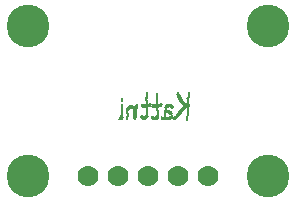
<source format=gbr>
G04 EAGLE Gerber RS-274X export*
G75*
%MOMM*%
%FSLAX34Y34*%
%LPD*%
%INSoldermask Bottom*%
%IPPOS*%
%AMOC8*
5,1,8,0,0,1.08239X$1,22.5*%
G01*
%ADD10C,3.617600*%
%ADD11C,1.778000*%
%ADD12R,0.063500X0.012700*%
%ADD13R,0.127000X0.012700*%
%ADD14R,0.165100X0.012700*%
%ADD15R,0.190500X0.012700*%
%ADD16R,0.012700X0.012700*%
%ADD17R,0.025400X0.012700*%
%ADD18R,0.203200X0.012700*%
%ADD19R,0.292100X0.012700*%
%ADD20R,0.139700X0.012700*%
%ADD21R,0.215900X0.012700*%
%ADD22R,0.038100X0.012700*%
%ADD23R,0.355600X0.012700*%
%ADD24R,0.266700X0.012700*%
%ADD25R,0.228600X0.012700*%
%ADD26R,0.114300X0.012700*%
%ADD27R,0.419100X0.012700*%
%ADD28R,0.330200X0.012700*%
%ADD29R,0.101600X0.012700*%
%ADD30R,0.241300X0.012700*%
%ADD31R,0.177800X0.012700*%
%ADD32R,0.482600X0.012700*%
%ADD33R,0.381000X0.012700*%
%ADD34R,0.254000X0.012700*%
%ADD35R,0.850900X0.012700*%
%ADD36R,0.279400X0.012700*%
%ADD37R,0.889000X0.012700*%
%ADD38R,0.457200X0.012700*%
%ADD39R,0.088900X0.012700*%
%ADD40R,0.914400X0.012700*%
%ADD41R,0.508000X0.012700*%
%ADD42R,0.152400X0.012700*%
%ADD43R,0.304800X0.012700*%
%ADD44R,0.927100X0.012700*%
%ADD45R,0.520700X0.012700*%
%ADD46R,0.393700X0.012700*%
%ADD47R,0.317500X0.012700*%
%ADD48R,0.939800X0.012700*%
%ADD49R,0.546100X0.012700*%
%ADD50R,0.431800X0.012700*%
%ADD51R,0.342900X0.012700*%
%ADD52R,0.965200X0.012700*%
%ADD53R,0.571500X0.012700*%
%ADD54R,0.469900X0.012700*%
%ADD55R,0.596900X0.012700*%
%ADD56R,0.495300X0.012700*%
%ADD57R,0.368300X0.012700*%
%ADD58R,0.977900X0.012700*%
%ADD59R,0.533400X0.012700*%
%ADD60R,0.990600X0.012700*%
%ADD61R,0.609600X0.012700*%
%ADD62R,0.558800X0.012700*%
%ADD63R,0.622300X0.012700*%
%ADD64R,0.584200X0.012700*%
%ADD65R,0.635000X0.012700*%
%ADD66R,0.406400X0.012700*%
%ADD67R,0.647700X0.012700*%
%ADD68R,0.050800X0.012700*%
%ADD69R,0.876300X0.012700*%
%ADD70R,0.863600X0.012700*%
%ADD71R,0.698500X0.012700*%
%ADD72R,0.723900X0.012700*%
%ADD73R,0.660400X0.012700*%
%ADD74R,0.685800X0.012700*%
%ADD75R,0.762000X0.012700*%
%ADD76R,0.711200X0.012700*%
%ADD77R,0.673100X0.012700*%
%ADD78R,0.787400X0.012700*%
%ADD79R,0.749300X0.012700*%
%ADD80R,0.825500X0.012700*%
%ADD81R,0.774700X0.012700*%
%ADD82R,0.800100X0.012700*%
%ADD83R,0.838200X0.012700*%
%ADD84R,0.444500X0.012700*%
%ADD85R,0.901700X0.012700*%
%ADD86R,0.812800X0.012700*%
%ADD87R,0.076200X0.012700*%


D10*
X25400Y152400D03*
X228600Y152400D03*
X25400Y25400D03*
X228600Y25400D03*
D11*
X76200Y25400D03*
X101600Y25400D03*
X127000Y25400D03*
X152400Y25400D03*
X177800Y25400D03*
D12*
X159766Y71882D03*
D13*
X159703Y72009D03*
D14*
X159766Y72136D03*
D15*
X159766Y72263D03*
D16*
X143891Y72263D03*
X143510Y72263D03*
D17*
X142685Y72263D03*
D12*
X132334Y72263D03*
D17*
X103442Y72263D03*
D16*
X103124Y72263D03*
D18*
X159703Y72390D03*
D19*
X143510Y72390D03*
D20*
X139446Y72390D03*
D18*
X132271Y72390D03*
D20*
X103251Y72390D03*
D21*
X159766Y72517D03*
D22*
X149098Y72517D03*
D23*
X143574Y72517D03*
D21*
X139446Y72517D03*
D24*
X132334Y72517D03*
D15*
X103251Y72517D03*
D25*
X159703Y72644D03*
D26*
X149098Y72644D03*
D27*
X143637Y72644D03*
D24*
X139446Y72644D03*
D28*
X132271Y72644D03*
D29*
X109030Y72644D03*
D25*
X103315Y72644D03*
D30*
X159766Y72771D03*
D31*
X149162Y72771D03*
D32*
X143574Y72771D03*
D19*
X139446Y72771D03*
D33*
X132271Y72771D03*
D13*
X123254Y72771D03*
D20*
X109093Y72771D03*
D34*
X103315Y72771D03*
D30*
X159766Y72898D03*
D21*
X149225Y72898D03*
D35*
X142113Y72898D03*
D27*
X132207Y72898D03*
D21*
X123190Y72898D03*
D31*
X109030Y72898D03*
D36*
X103315Y72898D03*
D30*
X159766Y73025D03*
D34*
X149289Y73025D03*
D37*
X142177Y73025D03*
D38*
X132144Y73025D03*
D19*
X123190Y73025D03*
D39*
X115697Y73025D03*
D18*
X109030Y73025D03*
D19*
X103378Y73025D03*
D30*
X159766Y73152D03*
D24*
X149352Y73152D03*
D40*
X142177Y73152D03*
D41*
X132144Y73152D03*
D23*
X123127Y73152D03*
D42*
X115761Y73152D03*
D18*
X109030Y73152D03*
D43*
X103442Y73152D03*
D30*
X159766Y73279D03*
D43*
X149416Y73279D03*
D44*
X142240Y73279D03*
D45*
X132207Y73279D03*
D46*
X123063Y73279D03*
D31*
X115761Y73279D03*
D25*
X109030Y73279D03*
D28*
X103442Y73279D03*
D30*
X159766Y73406D03*
D47*
X149479Y73406D03*
D48*
X142304Y73406D03*
D49*
X132207Y73406D03*
D50*
X123127Y73406D03*
D18*
X115761Y73406D03*
D25*
X109030Y73406D03*
D51*
X103505Y73406D03*
D30*
X159766Y73533D03*
D28*
X149543Y73533D03*
D52*
X142304Y73533D03*
D53*
X132207Y73533D03*
D54*
X123063Y73533D03*
D25*
X115761Y73533D03*
X109030Y73533D03*
D51*
X103505Y73533D03*
D30*
X159766Y73660D03*
D23*
X149670Y73660D03*
D52*
X142304Y73660D03*
D55*
X132207Y73660D03*
D56*
X123063Y73660D03*
D30*
X115824Y73660D03*
X109093Y73660D03*
D23*
X103569Y73660D03*
D30*
X159766Y73787D03*
D57*
X149733Y73787D03*
D58*
X142367Y73787D03*
D55*
X132334Y73787D03*
D59*
X123127Y73787D03*
D34*
X115761Y73787D03*
D30*
X109093Y73787D03*
D23*
X103569Y73787D03*
D25*
X159830Y73914D03*
D33*
X149797Y73914D03*
D60*
X142431Y73914D03*
D61*
X132271Y73914D03*
D62*
X123127Y73914D03*
D34*
X115761Y73914D03*
D30*
X109093Y73914D03*
D23*
X103696Y73914D03*
D25*
X159830Y74041D03*
D46*
X149860Y74041D03*
D60*
X142431Y74041D03*
D63*
X132334Y74041D03*
D64*
X123127Y74041D03*
D34*
X115761Y74041D03*
D30*
X109093Y74041D03*
D23*
X103696Y74041D03*
D25*
X159830Y74168D03*
D46*
X149987Y74168D03*
D58*
X142494Y74168D03*
D65*
X132398Y74168D03*
D55*
X123190Y74168D03*
D24*
X115824Y74168D03*
D30*
X109093Y74168D03*
D23*
X103823Y74168D03*
D30*
X159893Y74295D03*
D66*
X150051Y74295D03*
D58*
X142621Y74295D03*
D65*
X132398Y74295D03*
D61*
X123127Y74295D03*
D24*
X115824Y74295D03*
D30*
X109093Y74295D03*
D23*
X103823Y74295D03*
D30*
X159893Y74422D03*
D46*
X150114Y74422D03*
D58*
X142621Y74422D03*
D67*
X132461Y74422D03*
D61*
X123254Y74422D03*
D24*
X115824Y74422D03*
D30*
X109220Y74422D03*
D51*
X103886Y74422D03*
D25*
X159957Y74549D03*
D46*
X150241Y74549D03*
D47*
X145923Y74549D03*
D43*
X141161Y74549D03*
D42*
X138621Y74549D03*
D65*
X132525Y74549D03*
X123254Y74549D03*
D24*
X115824Y74549D03*
D30*
X109220Y74549D03*
D47*
X104013Y74549D03*
D25*
X159957Y74676D03*
D46*
X150368Y74676D03*
D19*
X146177Y74676D03*
D24*
X141097Y74676D03*
D29*
X138621Y74676D03*
D28*
X134176Y74676D03*
D36*
X130747Y74676D03*
D65*
X123254Y74676D03*
D24*
X115824Y74676D03*
D30*
X109220Y74676D03*
D19*
X104267Y74676D03*
D25*
X159957Y74803D03*
D57*
X150495Y74803D03*
D24*
X146304Y74803D03*
D30*
X140970Y74803D03*
D68*
X138621Y74803D03*
D43*
X134303Y74803D03*
D21*
X130556Y74803D03*
D65*
X123381Y74803D03*
D24*
X115824Y74803D03*
D30*
X109220Y74803D03*
D34*
X104458Y74803D03*
D25*
X159957Y74930D03*
D23*
X150686Y74930D03*
D30*
X146431Y74930D03*
D25*
X140907Y74930D03*
D36*
X134430Y74930D03*
D31*
X130493Y74930D03*
D65*
X123381Y74930D03*
D24*
X115824Y74930D03*
D30*
X109220Y74930D03*
X104521Y74930D03*
D25*
X159957Y75057D03*
D51*
X150876Y75057D03*
D25*
X146495Y75057D03*
X140907Y75057D03*
D36*
X134557Y75057D03*
D42*
X130493Y75057D03*
D65*
X123381Y75057D03*
D24*
X115824Y75057D03*
D30*
X109220Y75057D03*
X104521Y75057D03*
D25*
X159957Y75184D03*
D28*
X151067Y75184D03*
D25*
X146495Y75184D03*
X141034Y75184D03*
D24*
X134620Y75184D03*
D26*
X130429Y75184D03*
D47*
X125095Y75184D03*
D34*
X121603Y75184D03*
D24*
X115824Y75184D03*
D30*
X109220Y75184D03*
X104521Y75184D03*
D21*
X160020Y75311D03*
D28*
X151194Y75311D03*
D21*
X146558Y75311D03*
D25*
X141034Y75311D03*
D34*
X134684Y75311D03*
D19*
X125222Y75311D03*
D21*
X121412Y75311D03*
D24*
X115824Y75311D03*
D34*
X109284Y75311D03*
X104585Y75311D03*
D21*
X160020Y75438D03*
D28*
X151321Y75438D03*
D21*
X146558Y75438D03*
D25*
X141034Y75438D03*
D34*
X134684Y75438D03*
D19*
X125349Y75438D03*
D31*
X121349Y75438D03*
D24*
X115824Y75438D03*
D30*
X109347Y75438D03*
D34*
X104585Y75438D03*
D21*
X160020Y75565D03*
D47*
X151511Y75565D03*
D21*
X146558Y75565D03*
D25*
X141034Y75565D03*
D30*
X134747Y75565D03*
D24*
X125476Y75565D03*
D20*
X121412Y75565D03*
D24*
X115824Y75565D03*
D30*
X109347Y75565D03*
X104648Y75565D03*
D25*
X160084Y75692D03*
D47*
X151638Y75692D03*
D21*
X146558Y75692D03*
D25*
X141034Y75692D03*
D30*
X134747Y75692D03*
D34*
X125540Y75692D03*
D39*
X121285Y75692D03*
D24*
X115824Y75692D03*
D30*
X109347Y75692D03*
X104648Y75692D03*
D25*
X160084Y75819D03*
D47*
X151765Y75819D03*
D21*
X146558Y75819D03*
D25*
X141034Y75819D03*
D34*
X134811Y75819D03*
X125540Y75819D03*
D24*
X115824Y75819D03*
D30*
X109347Y75819D03*
X104648Y75819D03*
D25*
X160084Y75946D03*
D47*
X151765Y75946D03*
D21*
X146558Y75946D03*
D25*
X141034Y75946D03*
D30*
X134874Y75946D03*
D34*
X125667Y75946D03*
D24*
X115824Y75946D03*
D30*
X109347Y75946D03*
D34*
X104712Y75946D03*
D25*
X160084Y76073D03*
D47*
X151892Y76073D03*
D21*
X146558Y76073D03*
D25*
X141034Y76073D03*
D30*
X134874Y76073D03*
D34*
X125667Y76073D03*
D24*
X115824Y76073D03*
D30*
X109347Y76073D03*
X104775Y76073D03*
D25*
X160084Y76200D03*
D47*
X152019Y76200D03*
D21*
X146558Y76200D03*
D30*
X141097Y76200D03*
X134874Y76200D03*
D34*
X125667Y76200D03*
D24*
X115824Y76200D03*
D30*
X109347Y76200D03*
X104775Y76200D03*
D25*
X160084Y76327D03*
D28*
X152083Y76327D03*
D21*
X146558Y76327D03*
D30*
X141097Y76327D03*
X134874Y76327D03*
X125730Y76327D03*
D24*
X115824Y76327D03*
D30*
X109347Y76327D03*
X104775Y76327D03*
D25*
X160084Y76454D03*
D28*
X152210Y76454D03*
D21*
X146558Y76454D03*
D25*
X141161Y76454D03*
D30*
X134874Y76454D03*
X125730Y76454D03*
D24*
X115824Y76454D03*
D30*
X109347Y76454D03*
X104775Y76454D03*
D25*
X160084Y76581D03*
D47*
X152273Y76581D03*
D25*
X146495Y76581D03*
X141161Y76581D03*
D30*
X134874Y76581D03*
X125730Y76581D03*
D24*
X115824Y76581D03*
D30*
X109347Y76581D03*
X104775Y76581D03*
D25*
X160084Y76708D03*
D47*
X152400Y76708D03*
D30*
X146431Y76708D03*
D25*
X141161Y76708D03*
D30*
X134874Y76708D03*
X125730Y76708D03*
D24*
X115824Y76708D03*
D30*
X109347Y76708D03*
X104775Y76708D03*
D25*
X160084Y76835D03*
D43*
X152464Y76835D03*
D30*
X146431Y76835D03*
D25*
X141161Y76835D03*
D30*
X134874Y76835D03*
X125730Y76835D03*
D24*
X115824Y76835D03*
D30*
X109347Y76835D03*
X104775Y76835D03*
D25*
X160084Y76962D03*
D43*
X152591Y76962D03*
D34*
X146368Y76962D03*
D25*
X141161Y76962D03*
D30*
X134874Y76962D03*
X125730Y76962D03*
D24*
X115824Y76962D03*
D30*
X109347Y76962D03*
X104775Y76962D03*
X160147Y77089D03*
D19*
X152654Y77089D03*
D34*
X146241Y77089D03*
D30*
X141224Y77089D03*
X134874Y77089D03*
X125730Y77089D03*
D24*
X115824Y77089D03*
D30*
X109347Y77089D03*
X104775Y77089D03*
X160147Y77216D03*
D19*
X152781Y77216D03*
D34*
X146241Y77216D03*
D30*
X141224Y77216D03*
X134874Y77216D03*
X125730Y77216D03*
D24*
X115824Y77216D03*
D30*
X109347Y77216D03*
X104775Y77216D03*
X160147Y77343D03*
D19*
X152908Y77343D03*
D24*
X146177Y77343D03*
D30*
X141224Y77343D03*
X134874Y77343D03*
X125730Y77343D03*
D24*
X115824Y77343D03*
D30*
X109347Y77343D03*
X104775Y77343D03*
X160147Y77470D03*
D19*
X152908Y77470D03*
D34*
X146114Y77470D03*
D30*
X141224Y77470D03*
X134874Y77470D03*
X125730Y77470D03*
D24*
X115824Y77470D03*
D30*
X109347Y77470D03*
X104775Y77470D03*
X160147Y77597D03*
D19*
X153035Y77597D03*
D24*
X146050Y77597D03*
D30*
X141224Y77597D03*
X134874Y77597D03*
X125730Y77597D03*
D24*
X115824Y77597D03*
D30*
X109347Y77597D03*
X104775Y77597D03*
D25*
X160211Y77724D03*
D36*
X153099Y77724D03*
D24*
X145923Y77724D03*
D30*
X141224Y77724D03*
X134874Y77724D03*
X125730Y77724D03*
D24*
X115824Y77724D03*
D30*
X109347Y77724D03*
X104775Y77724D03*
D25*
X160211Y77851D03*
D19*
X153162Y77851D03*
X145796Y77851D03*
D25*
X141288Y77851D03*
D30*
X134874Y77851D03*
X125730Y77851D03*
D24*
X115824Y77851D03*
D30*
X109347Y77851D03*
X104775Y77851D03*
D25*
X160211Y77978D03*
D19*
X153289Y77978D03*
X145669Y77978D03*
D30*
X141351Y77978D03*
X134874Y77978D03*
X125730Y77978D03*
D24*
X115824Y77978D03*
D30*
X109347Y77978D03*
D25*
X104712Y77978D03*
X160211Y78105D03*
D43*
X153353Y78105D03*
X145479Y78105D03*
D30*
X141351Y78105D03*
X134874Y78105D03*
X125730Y78105D03*
D24*
X115824Y78105D03*
D34*
X109284Y78105D03*
D30*
X104648Y78105D03*
D25*
X160211Y78232D03*
D43*
X153480Y78232D03*
D47*
X145415Y78232D03*
D30*
X141351Y78232D03*
X134874Y78232D03*
X125730Y78232D03*
D24*
X115824Y78232D03*
D30*
X109220Y78232D03*
X104648Y78232D03*
X160274Y78359D03*
D43*
X153607Y78359D03*
D51*
X145161Y78359D03*
D30*
X141351Y78359D03*
X134874Y78359D03*
X125730Y78359D03*
D24*
X115824Y78359D03*
D30*
X109220Y78359D03*
X104648Y78359D03*
X160274Y78486D03*
D19*
X153670Y78486D03*
D33*
X144844Y78486D03*
D25*
X141415Y78486D03*
X134811Y78486D03*
D30*
X125730Y78486D03*
D24*
X115824Y78486D03*
D30*
X109220Y78486D03*
X104648Y78486D03*
X160274Y78613D03*
D43*
X153734Y78613D03*
D67*
X143510Y78613D03*
D30*
X134747Y78613D03*
X125730Y78613D03*
D24*
X115824Y78613D03*
D30*
X109220Y78613D03*
X104648Y78613D03*
D25*
X160338Y78740D03*
D19*
X153797Y78740D03*
D65*
X143447Y78740D03*
D30*
X134747Y78740D03*
X125730Y78740D03*
D24*
X115824Y78740D03*
D30*
X109220Y78740D03*
X104648Y78740D03*
D25*
X160338Y78867D03*
D43*
X153861Y78867D03*
D63*
X143383Y78867D03*
D30*
X134747Y78867D03*
X125730Y78867D03*
D24*
X115824Y78867D03*
D30*
X109220Y78867D03*
X104648Y78867D03*
D25*
X160338Y78994D03*
D43*
X153988Y78994D03*
D63*
X143383Y78994D03*
D30*
X134747Y78994D03*
X125730Y78994D03*
D24*
X115824Y78994D03*
D30*
X109220Y78994D03*
X104648Y78994D03*
D25*
X160338Y79121D03*
D43*
X154115Y79121D03*
D61*
X143320Y79121D03*
D30*
X134747Y79121D03*
X125730Y79121D03*
D24*
X115824Y79121D03*
D30*
X109220Y79121D03*
X104648Y79121D03*
D25*
X160338Y79248D03*
D47*
X154178Y79248D03*
D55*
X143256Y79248D03*
D30*
X134747Y79248D03*
X125730Y79248D03*
D24*
X115824Y79248D03*
D30*
X109220Y79248D03*
X104648Y79248D03*
D25*
X160338Y79375D03*
D47*
X154305Y79375D03*
D64*
X143193Y79375D03*
D30*
X134747Y79375D03*
X125730Y79375D03*
D24*
X115824Y79375D03*
D30*
X109220Y79375D03*
X104648Y79375D03*
D25*
X160338Y79502D03*
D43*
X154369Y79502D03*
D53*
X143129Y79502D03*
D30*
X134747Y79502D03*
X125730Y79502D03*
D24*
X115824Y79502D03*
D30*
X109220Y79502D03*
X104648Y79502D03*
D25*
X160338Y79629D03*
D43*
X154496Y79629D03*
D62*
X143066Y79629D03*
D30*
X134747Y79629D03*
X125730Y79629D03*
D24*
X115824Y79629D03*
D30*
X109220Y79629D03*
X104648Y79629D03*
D25*
X160338Y79756D03*
D43*
X154623Y79756D03*
D59*
X142939Y79756D03*
D30*
X134747Y79756D03*
X125730Y79756D03*
D24*
X115824Y79756D03*
D30*
X109220Y79756D03*
X104648Y79756D03*
D25*
X160338Y79883D03*
D43*
X154750Y79883D03*
D41*
X142812Y79883D03*
D30*
X134747Y79883D03*
D25*
X125667Y79883D03*
D36*
X115761Y79883D03*
D34*
X109284Y79883D03*
D30*
X104648Y79883D03*
D25*
X160338Y80010D03*
D47*
X154813Y80010D03*
D32*
X142812Y80010D03*
D30*
X134747Y80010D03*
D25*
X125667Y80010D03*
D36*
X115761Y80010D03*
D30*
X109347Y80010D03*
X104648Y80010D03*
D25*
X160338Y80137D03*
D47*
X154940Y80137D03*
D38*
X142685Y80137D03*
D30*
X134747Y80137D03*
X125603Y80137D03*
D36*
X115761Y80137D03*
D30*
X109347Y80137D03*
X104648Y80137D03*
D25*
X160338Y80264D03*
D43*
X155004Y80264D03*
D50*
X142558Y80264D03*
D30*
X134747Y80264D03*
X125603Y80264D03*
D36*
X115761Y80264D03*
D30*
X109347Y80264D03*
X104521Y80264D03*
D25*
X160338Y80391D03*
D47*
X155067Y80391D03*
D46*
X142367Y80391D03*
D30*
X134747Y80391D03*
X125603Y80391D03*
D36*
X115761Y80391D03*
D30*
X109347Y80391D03*
X104521Y80391D03*
D25*
X160338Y80518D03*
D47*
X155194Y80518D03*
D23*
X142177Y80518D03*
D30*
X134620Y80518D03*
X125603Y80518D03*
D19*
X115824Y80518D03*
D30*
X109347Y80518D03*
X104521Y80518D03*
D25*
X160338Y80645D03*
D28*
X155385Y80645D03*
D43*
X141923Y80645D03*
D30*
X134620Y80645D03*
X125603Y80645D03*
D19*
X115824Y80645D03*
D30*
X109347Y80645D03*
X104521Y80645D03*
D25*
X160338Y80772D03*
D28*
X155512Y80772D03*
D25*
X141542Y80772D03*
D30*
X134620Y80772D03*
X125603Y80772D03*
D43*
X115761Y80772D03*
D34*
X109411Y80772D03*
D30*
X104521Y80772D03*
D25*
X160338Y80899D03*
D28*
X155639Y80899D03*
D25*
X141542Y80899D03*
D30*
X134620Y80899D03*
X125603Y80899D03*
D43*
X115761Y80899D03*
D34*
X109411Y80899D03*
D30*
X104521Y80899D03*
D25*
X160338Y81026D03*
D51*
X155702Y81026D03*
D21*
X141605Y81026D03*
D30*
X134620Y81026D03*
X125603Y81026D03*
D43*
X115761Y81026D03*
D34*
X109538Y81026D03*
D30*
X104521Y81026D03*
D25*
X160338Y81153D03*
D51*
X155829Y81153D03*
D21*
X141605Y81153D03*
D30*
X134620Y81153D03*
X125603Y81153D03*
D47*
X115697Y81153D03*
D34*
X109538Y81153D03*
D25*
X104458Y81153D03*
X160338Y81280D03*
D51*
X155956Y81280D03*
D21*
X141605Y81280D03*
D30*
X134620Y81280D03*
X125603Y81280D03*
D47*
X115697Y81280D03*
D24*
X109601Y81280D03*
D30*
X104394Y81280D03*
D25*
X160338Y81407D03*
D51*
X156083Y81407D03*
D21*
X141605Y81407D03*
D30*
X134620Y81407D03*
X125603Y81407D03*
D28*
X115634Y81407D03*
D24*
X109728Y81407D03*
D30*
X104394Y81407D03*
D25*
X160338Y81534D03*
D28*
X156147Y81534D03*
D21*
X141605Y81534D03*
D30*
X134620Y81534D03*
X125603Y81534D03*
D23*
X115634Y81534D03*
D24*
X109728Y81534D03*
D30*
X104394Y81534D03*
D25*
X160338Y81661D03*
D28*
X156274Y81661D03*
D29*
X147130Y81661D03*
D25*
X141669Y81661D03*
D30*
X134620Y81661D03*
X125603Y81661D03*
D57*
X115570Y81661D03*
D36*
X109792Y81661D03*
D30*
X104394Y81661D03*
D25*
X160338Y81788D03*
D51*
X156337Y81788D03*
D13*
X147130Y81788D03*
D25*
X141669Y81788D03*
X134557Y81788D03*
X125540Y81788D03*
D33*
X115507Y81788D03*
D24*
X109855Y81788D03*
D30*
X104394Y81788D03*
D25*
X160338Y81915D03*
D51*
X156591Y81915D03*
D31*
X147130Y81915D03*
D25*
X141669Y81915D03*
X134557Y81915D03*
X125540Y81915D03*
D66*
X115507Y81915D03*
D36*
X109919Y81915D03*
D30*
X104394Y81915D03*
D25*
X160338Y82042D03*
D28*
X156655Y82042D03*
D31*
X147130Y82042D03*
D25*
X141669Y82042D03*
D30*
X134493Y82042D03*
X125476Y82042D03*
D50*
X115380Y82042D03*
D19*
X109982Y82042D03*
D30*
X104394Y82042D03*
D25*
X160338Y82169D03*
D23*
X156782Y82169D03*
D18*
X147130Y82169D03*
D30*
X141732Y82169D03*
X134493Y82169D03*
X125476Y82169D03*
D56*
X115189Y82169D03*
D19*
X110109Y82169D03*
D30*
X104394Y82169D03*
X160401Y82296D03*
D51*
X156845Y82296D03*
D18*
X147130Y82296D03*
D25*
X141796Y82296D03*
D30*
X134493Y82296D03*
D25*
X125540Y82296D03*
D62*
X114872Y82296D03*
D47*
X110236Y82296D03*
D30*
X104394Y82296D03*
X160401Y82423D03*
D51*
X156972Y82423D03*
D21*
X147066Y82423D03*
D30*
X141859Y82423D03*
X134493Y82423D03*
X125476Y82423D03*
D37*
X113221Y82423D03*
D30*
X104394Y82423D03*
X160401Y82550D03*
D28*
X157163Y82550D03*
D21*
X147066Y82550D03*
D34*
X141923Y82550D03*
D30*
X134493Y82550D03*
X125476Y82550D03*
D69*
X113284Y82550D03*
D30*
X104394Y82550D03*
X160401Y82677D03*
D28*
X157290Y82677D03*
D30*
X147066Y82677D03*
X141986Y82677D03*
X134493Y82677D03*
X125476Y82677D03*
D37*
X113348Y82677D03*
D30*
X104394Y82677D03*
X160401Y82804D03*
D28*
X157417Y82804D03*
D30*
X146939Y82804D03*
D34*
X142050Y82804D03*
D30*
X134493Y82804D03*
X125476Y82804D03*
D69*
X113411Y82804D03*
D30*
X104394Y82804D03*
D53*
X158750Y82931D03*
D30*
X146939Y82931D03*
D34*
X142050Y82931D03*
D30*
X134493Y82931D03*
X125476Y82931D03*
D70*
X113475Y82931D03*
D30*
X104521Y82931D03*
D53*
X158750Y83058D03*
D34*
X146876Y83058D03*
D24*
X142113Y83058D03*
D45*
X133096Y83058D03*
D30*
X125476Y83058D03*
D14*
X123190Y83058D03*
D69*
X113538Y83058D03*
D30*
X104521Y83058D03*
D62*
X158814Y83185D03*
D24*
X146812Y83185D03*
D36*
X142304Y83185D03*
D49*
X132969Y83185D03*
D45*
X124079Y83185D03*
D70*
X113602Y83185D03*
D30*
X104521Y83185D03*
D49*
X158877Y83312D03*
D19*
X146558Y83312D03*
D36*
X142431Y83312D03*
D67*
X133350Y83312D03*
D53*
X124079Y83312D03*
D70*
X113602Y83312D03*
D30*
X104521Y83312D03*
D59*
X158941Y83439D03*
D71*
X144526Y83439D03*
D72*
X133477Y83439D03*
D73*
X124397Y83439D03*
D34*
X116777Y83439D03*
D64*
X112332Y83439D03*
D30*
X104521Y83439D03*
D45*
X159004Y83566D03*
D74*
X144590Y83566D03*
D75*
X133668Y83566D03*
D76*
X124524Y83566D03*
D34*
X116777Y83566D03*
D53*
X112268Y83566D03*
D30*
X104521Y83566D03*
D41*
X159068Y83693D03*
D77*
X144526Y83693D03*
D78*
X133795Y83693D03*
D79*
X124587Y83693D03*
D34*
X116777Y83693D03*
D49*
X112268Y83693D03*
D30*
X104521Y83693D03*
D56*
X159131Y83820D03*
D67*
X144526Y83820D03*
D80*
X133858Y83820D03*
D81*
X124714Y83820D03*
D30*
X116840Y83820D03*
D45*
X112268Y83820D03*
D30*
X104521Y83820D03*
D32*
X159195Y83947D03*
D67*
X144526Y83947D03*
D70*
X134049Y83947D03*
D82*
X124841Y83947D03*
D30*
X116840Y83947D03*
D56*
X112268Y83947D03*
D30*
X104394Y83947D03*
D54*
X159258Y84074D03*
D63*
X144526Y84074D03*
D69*
X134112Y84074D03*
D83*
X124905Y84074D03*
D34*
X116904Y84074D03*
D84*
X112268Y84074D03*
D25*
X104458Y84074D03*
D38*
X159322Y84201D03*
D55*
X144526Y84201D03*
D37*
X134176Y84201D03*
D70*
X125032Y84201D03*
D30*
X116967Y84201D03*
D66*
X112205Y84201D03*
D25*
X104458Y84201D03*
D84*
X159385Y84328D03*
D53*
X144526Y84328D03*
D85*
X134239Y84328D03*
D69*
X125095Y84328D03*
D30*
X116967Y84328D03*
D51*
X112268Y84328D03*
D25*
X104458Y84328D03*
D38*
X159322Y84455D03*
D53*
X144526Y84455D03*
D85*
X134239Y84455D03*
D69*
X125095Y84455D03*
D34*
X117031Y84455D03*
D24*
X112141Y84455D03*
D21*
X104394Y84455D03*
D32*
X159195Y84582D03*
D49*
X144526Y84582D03*
D40*
X134303Y84582D03*
D37*
X125159Y84582D03*
D34*
X117031Y84582D03*
D31*
X111951Y84582D03*
D18*
X104458Y84582D03*
D41*
X159068Y84709D03*
D45*
X144526Y84709D03*
D85*
X134366Y84709D03*
D37*
X125286Y84709D03*
D30*
X116967Y84709D03*
D17*
X111951Y84709D03*
D31*
X104458Y84709D03*
D59*
X158941Y84836D03*
D56*
X144526Y84836D03*
D85*
X134366Y84836D03*
D37*
X125286Y84836D03*
D25*
X117031Y84836D03*
D42*
X104458Y84836D03*
D49*
X158877Y84963D03*
D54*
X144526Y84963D03*
D37*
X134430Y84963D03*
D69*
X125349Y84963D03*
D25*
X117031Y84963D03*
D13*
X104458Y84963D03*
D62*
X158814Y85090D03*
D27*
X144526Y85090D03*
D69*
X134493Y85090D03*
D70*
X125413Y85090D03*
D21*
X117094Y85090D03*
D68*
X104458Y85090D03*
D53*
X158750Y85217D03*
D46*
X144526Y85217D03*
D70*
X134557Y85217D03*
D35*
X125476Y85217D03*
D18*
X117031Y85217D03*
D64*
X158687Y85344D03*
D28*
X144463Y85344D03*
D86*
X134811Y85344D03*
D83*
X125540Y85344D03*
D31*
X117031Y85344D03*
D55*
X158623Y85471D03*
D34*
X144463Y85471D03*
D62*
X136081Y85471D03*
D53*
X126873Y85471D03*
D12*
X122174Y85471D03*
D20*
X117094Y85471D03*
D63*
X158496Y85598D03*
D87*
X144590Y85598D03*
D49*
X136017Y85598D03*
X127000Y85598D03*
D39*
X117094Y85598D03*
D65*
X158433Y85725D03*
D30*
X137541Y85725D03*
X134493Y85725D03*
D36*
X128207Y85725D03*
D30*
X125476Y85725D03*
D67*
X158369Y85852D03*
D15*
X137668Y85852D03*
D30*
X134493Y85852D03*
D25*
X128461Y85852D03*
D30*
X125476Y85852D03*
D73*
X158306Y85979D03*
D20*
X137668Y85979D03*
D30*
X134493Y85979D03*
D18*
X128461Y85979D03*
D30*
X125476Y85979D03*
D77*
X158242Y86106D03*
D87*
X137732Y86106D03*
D30*
X134493Y86106D03*
D14*
X128524Y86106D03*
D30*
X125476Y86106D03*
X160401Y86233D03*
D66*
X156782Y86233D03*
D30*
X134493Y86233D03*
D26*
X128524Y86233D03*
D30*
X125476Y86233D03*
D25*
X160465Y86360D03*
D46*
X156591Y86360D03*
D30*
X134493Y86360D03*
X125476Y86360D03*
D25*
X160465Y86487D03*
D33*
X156401Y86487D03*
D30*
X134493Y86487D03*
X125476Y86487D03*
D25*
X160465Y86614D03*
D57*
X156210Y86614D03*
D30*
X134493Y86614D03*
X125476Y86614D03*
X160528Y86741D03*
D23*
X156020Y86741D03*
D30*
X134493Y86741D03*
X125476Y86741D03*
X160528Y86868D03*
D51*
X155956Y86868D03*
D30*
X134493Y86868D03*
X125476Y86868D03*
X160528Y86995D03*
D51*
X155829Y86995D03*
D30*
X134493Y86995D03*
X125476Y86995D03*
X160528Y87122D03*
D47*
X155702Y87122D03*
D30*
X134493Y87122D03*
X125476Y87122D03*
X160528Y87249D03*
D47*
X155575Y87249D03*
D30*
X134493Y87249D03*
X125476Y87249D03*
X160528Y87376D03*
D47*
X155448Y87376D03*
D30*
X134493Y87376D03*
X125476Y87376D03*
X160528Y87503D03*
D43*
X155385Y87503D03*
D30*
X134493Y87503D03*
X125476Y87503D03*
X160528Y87630D03*
D19*
X155321Y87630D03*
D30*
X134493Y87630D03*
X125476Y87630D03*
X160528Y87757D03*
D19*
X155194Y87757D03*
D30*
X134493Y87757D03*
X125476Y87757D03*
D25*
X160592Y87884D03*
D19*
X155067Y87884D03*
D30*
X134493Y87884D03*
X125476Y87884D03*
D25*
X160592Y88011D03*
D36*
X155004Y88011D03*
D30*
X134493Y88011D03*
X125476Y88011D03*
D26*
X104521Y88011D03*
D25*
X160592Y88138D03*
D24*
X154940Y88138D03*
D30*
X134493Y88138D03*
X125476Y88138D03*
D20*
X104521Y88138D03*
D25*
X160592Y88265D03*
D24*
X154813Y88265D03*
D25*
X134430Y88265D03*
D30*
X125476Y88265D03*
D31*
X104458Y88265D03*
D25*
X160592Y88392D03*
D36*
X154750Y88392D03*
D25*
X134430Y88392D03*
D30*
X125349Y88392D03*
D15*
X104521Y88392D03*
D30*
X160655Y88519D03*
D24*
X154686Y88519D03*
D25*
X134430Y88519D03*
D34*
X125413Y88519D03*
D21*
X104521Y88519D03*
D30*
X160655Y88646D03*
D36*
X154623Y88646D03*
D25*
X134430Y88646D03*
D30*
X125349Y88646D03*
D21*
X104521Y88646D03*
D30*
X160655Y88773D03*
D24*
X154559Y88773D03*
D25*
X134430Y88773D03*
D30*
X125349Y88773D03*
D25*
X104458Y88773D03*
X160719Y88900D03*
D24*
X154559Y88900D03*
D25*
X134430Y88900D03*
D30*
X125349Y88900D03*
D25*
X104458Y88900D03*
X160719Y89027D03*
D24*
X154432Y89027D03*
D25*
X134430Y89027D03*
D30*
X125349Y89027D03*
X104521Y89027D03*
D25*
X160719Y89154D03*
D24*
X154432Y89154D03*
D30*
X134366Y89154D03*
X125349Y89154D03*
X104521Y89154D03*
D25*
X160719Y89281D03*
D24*
X154305Y89281D03*
D30*
X134366Y89281D03*
X125349Y89281D03*
D25*
X104458Y89281D03*
X160719Y89408D03*
D24*
X154305Y89408D03*
D30*
X134366Y89408D03*
X125349Y89408D03*
D21*
X104521Y89408D03*
D30*
X160782Y89535D03*
D24*
X154178Y89535D03*
D30*
X134366Y89535D03*
X125349Y89535D03*
D21*
X104521Y89535D03*
D30*
X160782Y89662D03*
D24*
X154178Y89662D03*
D30*
X134366Y89662D03*
X125349Y89662D03*
D18*
X104458Y89662D03*
D30*
X160782Y89789D03*
D24*
X154051Y89789D03*
D30*
X134366Y89789D03*
X125349Y89789D03*
D15*
X104521Y89789D03*
D30*
X160782Y89916D03*
D36*
X153988Y89916D03*
D30*
X134366Y89916D03*
X125349Y89916D03*
D14*
X104521Y89916D03*
D30*
X160782Y90043D03*
D24*
X153924Y90043D03*
D30*
X134366Y90043D03*
X125349Y90043D03*
D20*
X104521Y90043D03*
D34*
X160846Y90170D03*
D24*
X153924Y90170D03*
D30*
X134366Y90170D03*
X125349Y90170D03*
D39*
X104521Y90170D03*
D34*
X160846Y90297D03*
X153861Y90297D03*
D30*
X134366Y90297D03*
X125349Y90297D03*
X160909Y90424D03*
D24*
X153797Y90424D03*
D30*
X134366Y90424D03*
D25*
X125413Y90424D03*
D30*
X160909Y90551D03*
D34*
X153734Y90551D03*
D30*
X134366Y90551D03*
X125349Y90551D03*
X160909Y90678D03*
D24*
X153670Y90678D03*
D30*
X134366Y90678D03*
X125349Y90678D03*
X160909Y90805D03*
D34*
X153607Y90805D03*
D30*
X134366Y90805D03*
X125349Y90805D03*
X160909Y90932D03*
D34*
X153607Y90932D03*
D30*
X134366Y90932D03*
X125349Y90932D03*
X160909Y91059D03*
D34*
X153480Y91059D03*
D30*
X134366Y91059D03*
X125349Y91059D03*
X160909Y91186D03*
D34*
X153480Y91186D03*
D30*
X134366Y91186D03*
X125349Y91186D03*
X160909Y91313D03*
D24*
X153416Y91313D03*
D25*
X134430Y91313D03*
X125413Y91313D03*
D30*
X161036Y91440D03*
D34*
X153353Y91440D03*
D25*
X134430Y91440D03*
D30*
X125349Y91440D03*
D34*
X160973Y91567D03*
D24*
X153289Y91567D03*
D25*
X134430Y91567D03*
X125413Y91567D03*
D30*
X161036Y91694D03*
D24*
X153289Y91694D03*
D25*
X134430Y91694D03*
X125413Y91694D03*
D30*
X161036Y91821D03*
D24*
X153162Y91821D03*
D30*
X134493Y91821D03*
X125476Y91821D03*
X161036Y91948D03*
D24*
X153162Y91948D03*
D30*
X134493Y91948D03*
X125476Y91948D03*
X161036Y92075D03*
D36*
X153099Y92075D03*
D30*
X134493Y92075D03*
X125476Y92075D03*
X161036Y92202D03*
D24*
X153035Y92202D03*
D30*
X134493Y92202D03*
X125476Y92202D03*
X161036Y92329D03*
D36*
X152972Y92329D03*
D30*
X134493Y92329D03*
X125476Y92329D03*
X161036Y92456D03*
D24*
X152908Y92456D03*
D30*
X134493Y92456D03*
X125476Y92456D03*
X161036Y92583D03*
D34*
X152845Y92583D03*
D30*
X134493Y92583D03*
X125476Y92583D03*
X161036Y92710D03*
D24*
X152781Y92710D03*
D30*
X134493Y92710D03*
X125476Y92710D03*
X161036Y92837D03*
D34*
X152718Y92837D03*
D30*
X134493Y92837D03*
X125476Y92837D03*
X161036Y92964D03*
D24*
X152654Y92964D03*
D30*
X134493Y92964D03*
X125476Y92964D03*
X161036Y93091D03*
D24*
X152654Y93091D03*
D30*
X134493Y93091D03*
X125476Y93091D03*
X161036Y93218D03*
D24*
X152527Y93218D03*
D30*
X134493Y93218D03*
X125476Y93218D03*
X161036Y93345D03*
D24*
X152527Y93345D03*
D30*
X134493Y93345D03*
X125476Y93345D03*
D25*
X161100Y93472D03*
D24*
X152400Y93472D03*
D30*
X134493Y93472D03*
X125476Y93472D03*
D25*
X161100Y93599D03*
D24*
X152400Y93599D03*
D25*
X134557Y93599D03*
D30*
X125476Y93599D03*
X161163Y93726D03*
D24*
X152273Y93726D03*
D25*
X134557Y93726D03*
D30*
X125476Y93726D03*
X161163Y93853D03*
D24*
X152273Y93853D03*
D25*
X134557Y93853D03*
D30*
X125476Y93853D03*
X161163Y93980D03*
D24*
X152273Y93980D03*
D25*
X134557Y93980D03*
D30*
X125476Y93980D03*
X161163Y94107D03*
D34*
X152210Y94107D03*
D25*
X134557Y94107D03*
D30*
X125476Y94107D03*
X161163Y94234D03*
D34*
X152210Y94234D03*
D25*
X134557Y94234D03*
D30*
X125476Y94234D03*
X161163Y94361D03*
X152146Y94361D03*
D18*
X134557Y94361D03*
D25*
X125540Y94361D03*
D21*
X161163Y94488D03*
D25*
X152083Y94488D03*
D18*
X134557Y94488D03*
D21*
X125476Y94488D03*
X161163Y94615D03*
D25*
X152083Y94615D03*
D31*
X134557Y94615D03*
D21*
X125476Y94615D03*
D18*
X161100Y94742D03*
D25*
X152083Y94742D03*
D42*
X134557Y94742D03*
D15*
X125476Y94742D03*
X161163Y94869D03*
D18*
X152083Y94869D03*
D13*
X134557Y94869D03*
D14*
X125476Y94869D03*
X161163Y94996D03*
D18*
X152083Y94996D03*
D87*
X134557Y94996D03*
D20*
X125476Y94996D03*
X161163Y95123D03*
D31*
X152083Y95123D03*
D39*
X125476Y95123D03*
X161163Y95250D03*
D42*
X152083Y95250D03*
D26*
X152019Y95377D03*
M02*

</source>
